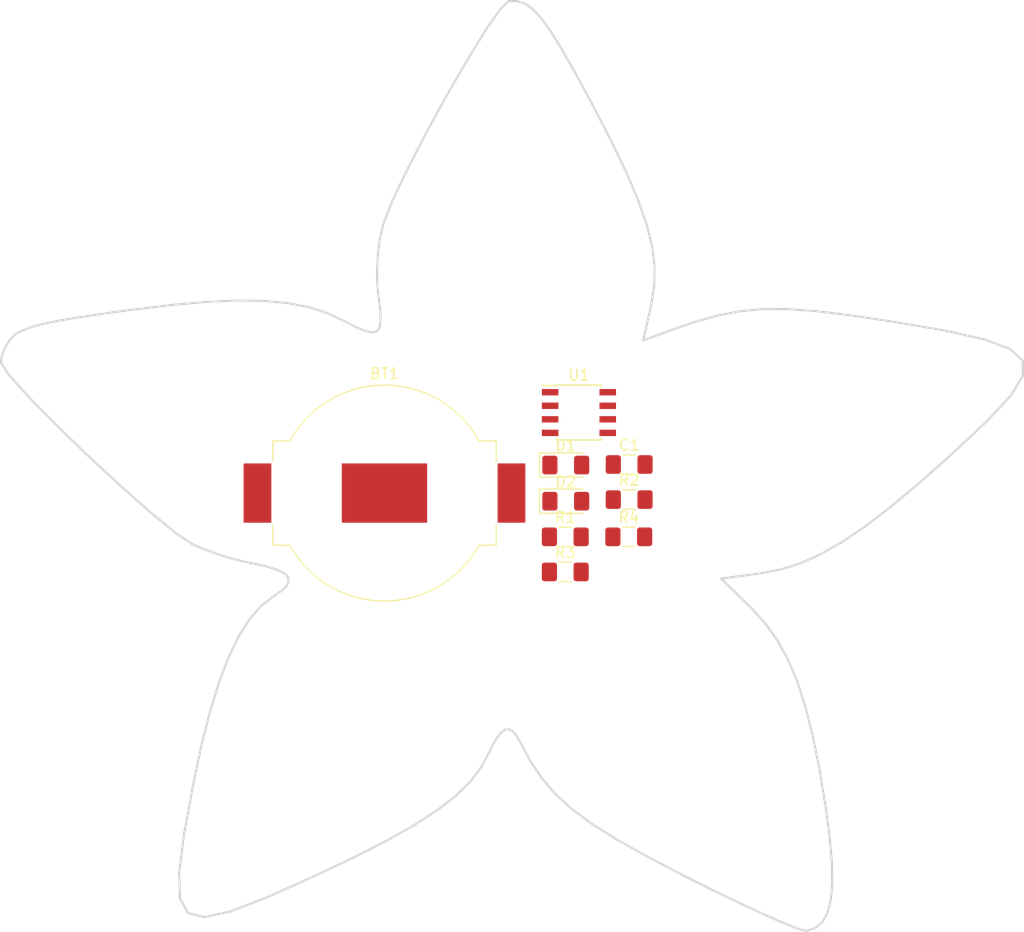
<source format=kicad_pcb>
(kicad_pcb (version 20190421) (host pcbnew "6.0.0-unknown-952108d~86~ubuntu18.04.1")

  (general
    (thickness 1.6)
    (drawings 216)
    (tracks 0)
    (modules 9)
    (nets 9)
  )

  (page "A4")
  (layers
    (0 "F.Cu" signal)
    (31 "B.Cu" signal)
    (32 "B.Adhes" user)
    (33 "F.Adhes" user)
    (34 "B.Paste" user)
    (35 "F.Paste" user)
    (36 "B.SilkS" user)
    (37 "F.SilkS" user)
    (38 "B.Mask" user)
    (39 "F.Mask" user)
    (40 "Dwgs.User" user)
    (41 "Cmts.User" user)
    (42 "Eco1.User" user)
    (43 "Eco2.User" user)
    (44 "Edge.Cuts" user)
    (45 "Margin" user)
    (46 "B.CrtYd" user)
    (47 "F.CrtYd" user)
    (48 "B.Fab" user)
    (49 "F.Fab" user)
  )

  (setup
    (last_trace_width 0.25)
    (trace_clearance 0.2)
    (zone_clearance 0.508)
    (zone_45_only no)
    (trace_min 0.2)
    (via_size 0.8)
    (via_drill 0.4)
    (via_min_size 0.4)
    (via_min_drill 0.3)
    (uvia_size 0.3)
    (uvia_drill 0.1)
    (uvias_allowed no)
    (uvia_min_size 0.2)
    (uvia_min_drill 0.1)
    (edge_width 0.05)
    (segment_width 0.2)
    (pcb_text_width 0.3)
    (pcb_text_size 1.5 1.5)
    (mod_edge_width 0.12)
    (mod_text_size 1 1)
    (mod_text_width 0.15)
    (pad_size 1.524 1.524)
    (pad_drill 0.762)
    (pad_to_mask_clearance 0.051)
    (solder_mask_min_width 0.25)
    (aux_axis_origin 0 0)
    (visible_elements FFFFFF7F)
    (pcbplotparams
      (layerselection 0x010fc_ffffffff)
      (usegerberextensions false)
      (usegerberattributes false)
      (usegerberadvancedattributes false)
      (creategerberjobfile false)
      (excludeedgelayer true)
      (linewidth 0.100000)
      (plotframeref false)
      (viasonmask false)
      (mode 1)
      (useauxorigin false)
      (hpglpennumber 1)
      (hpglpenspeed 20)
      (hpglpendiameter 15.000000)
      (psnegative false)
      (psa4output false)
      (plotreference true)
      (plotvalue true)
      (plotinvisibletext false)
      (padsonsilk false)
      (subtractmaskfromsilk false)
      (outputformat 1)
      (mirror false)
      (drillshape 1)
      (scaleselection 1)
      (outputdirectory ""))
  )

  (net 0 "")
  (net 1 "+3V3")
  (net 2 "GND")
  (net 3 "Net-(C?1555378938-Pad2)")
  (net 4 "Net-(D?1555371679-Pad2)")
  (net 5 "Net-(D?1555371679-Pad1)")
  (net 6 "Net-(D?1555374699-Pad1)")
  (net 7 "Net-(R?1555367224-Pad1)")
  (net 8 "Net-(U?1555315031-Pad5)")

  (net_class "Default" "This is the default net class."
    (clearance 0.2)
    (trace_width 0.25)
    (via_dia 0.8)
    (via_drill 0.4)
    (uvia_dia 0.3)
    (uvia_drill 0.1)
    (add_net "+3V3")
    (add_net "GND")
    (add_net "Net-(C?1555378938-Pad2)")
    (add_net "Net-(D?1555371679-Pad1)")
    (add_net "Net-(D?1555371679-Pad2)")
    (add_net "Net-(D?1555374699-Pad1)")
    (add_net "Net-(R?1555367224-Pad1)")
    (add_net "Net-(U?1555315031-Pad5)")
  )

  (module "Package_SO:SOIC-8_3.9x4.9mm_P1.27mm" (layer "F.Cu") (tedit 5A02F2D3) (tstamp 5CE06EDE)
    (at 159.340001 91.625001)
    (descr "8-Lead Plastic Small Outline (SN) - Narrow, 3.90 mm Body [SOIC] (see Microchip Packaging Specification http://ww1.microchip.com/downloads/en/PackagingSpec/00000049BQ.pdf)")
    (tags "SOIC 1.27")
    (path "/5CB43957")
    (attr smd)
    (fp_text reference "U1" (at 0 -3.5) (layer "F.SilkS")
      (effects (font (size 1 1) (thickness 0.15)))
    )
    (fp_text value "LM555" (at 0 3.5) (layer "F.Fab")
      (effects (font (size 1 1) (thickness 0.15)))
    )
    (fp_line (start -2.075 -2.525) (end -3.475 -2.525) (layer "F.SilkS") (width 0.15))
    (fp_line (start -2.075 2.575) (end 2.075 2.575) (layer "F.SilkS") (width 0.15))
    (fp_line (start -2.075 -2.575) (end 2.075 -2.575) (layer "F.SilkS") (width 0.15))
    (fp_line (start -2.075 2.575) (end -2.075 2.43) (layer "F.SilkS") (width 0.15))
    (fp_line (start 2.075 2.575) (end 2.075 2.43) (layer "F.SilkS") (width 0.15))
    (fp_line (start 2.075 -2.575) (end 2.075 -2.43) (layer "F.SilkS") (width 0.15))
    (fp_line (start -2.075 -2.575) (end -2.075 -2.525) (layer "F.SilkS") (width 0.15))
    (fp_line (start -3.73 2.7) (end 3.73 2.7) (layer "F.CrtYd") (width 0.05))
    (fp_line (start -3.73 -2.7) (end 3.73 -2.7) (layer "F.CrtYd") (width 0.05))
    (fp_line (start 3.73 -2.7) (end 3.73 2.7) (layer "F.CrtYd") (width 0.05))
    (fp_line (start -3.73 -2.7) (end -3.73 2.7) (layer "F.CrtYd") (width 0.05))
    (fp_line (start -1.95 -1.45) (end -0.95 -2.45) (layer "F.Fab") (width 0.1))
    (fp_line (start -1.95 2.45) (end -1.95 -1.45) (layer "F.Fab") (width 0.1))
    (fp_line (start 1.95 2.45) (end -1.95 2.45) (layer "F.Fab") (width 0.1))
    (fp_line (start 1.95 -2.45) (end 1.95 2.45) (layer "F.Fab") (width 0.1))
    (fp_line (start -0.95 -2.45) (end 1.95 -2.45) (layer "F.Fab") (width 0.1))
    (fp_text user "%R" (at 0 0) (layer "F.Fab")
      (effects (font (size 1 1) (thickness 0.15)))
    )
    (pad "8" smd rect (at 2.7 -1.905) (size 1.55 0.6) (layers "F.Cu" "F.Paste" "F.Mask")
      (net 1 "+3V3"))
    (pad "7" smd rect (at 2.7 -0.635) (size 1.55 0.6) (layers "F.Cu" "F.Paste" "F.Mask")
      (net 7 "Net-(R?1555367224-Pad1)"))
    (pad "6" smd rect (at 2.7 0.635) (size 1.55 0.6) (layers "F.Cu" "F.Paste" "F.Mask")
      (net 3 "Net-(C?1555378938-Pad2)"))
    (pad "5" smd rect (at 2.7 1.905) (size 1.55 0.6) (layers "F.Cu" "F.Paste" "F.Mask")
      (net 8 "Net-(U?1555315031-Pad5)"))
    (pad "4" smd rect (at -2.7 1.905) (size 1.55 0.6) (layers "F.Cu" "F.Paste" "F.Mask")
      (net 1 "+3V3"))
    (pad "3" smd rect (at -2.7 0.635) (size 1.55 0.6) (layers "F.Cu" "F.Paste" "F.Mask")
      (net 5 "Net-(D?1555371679-Pad1)"))
    (pad "2" smd rect (at -2.7 -0.635) (size 1.55 0.6) (layers "F.Cu" "F.Paste" "F.Mask")
      (net 3 "Net-(C?1555378938-Pad2)"))
    (pad "1" smd rect (at -2.7 -1.905) (size 1.55 0.6) (layers "F.Cu" "F.Paste" "F.Mask")
      (net 2 "GND"))
    (model "${KISYS3DMOD}/Package_SO.3dshapes/SOIC-8_3.9x4.9mm_P1.27mm.wrl"
      (at (xyz 0 0 0))
      (scale (xyz 1 1 1))
      (rotate (xyz 0 0 0))
    )
  )

  (module "Resistor_SMD:R_1206_3216Metric_Pad1.42x1.75mm_HandSolder" (layer "F.Cu") (tedit 5B301BBD) (tstamp 5CE06EC1)
    (at 164.010001 103.275001)
    (descr "Resistor SMD 1206 (3216 Metric), square (rectangular) end terminal, IPC_7351 nominal with elongated pad for handsoldering. (Body size source: http://www.tortai-tech.com/upload/download/2011102023233369053.pdf), generated with kicad-footprint-generator")
    (tags "resistor handsolder")
    (path "/5CB50108")
    (attr smd)
    (fp_text reference "R4" (at 0 -1.82) (layer "F.SilkS")
      (effects (font (size 1 1) (thickness 0.15)))
    )
    (fp_text value "1k" (at 0 1.82) (layer "F.Fab")
      (effects (font (size 1 1) (thickness 0.15)))
    )
    (fp_text user "%R" (at 0 0) (layer "F.Fab")
      (effects (font (size 0.8 0.8) (thickness 0.12)))
    )
    (fp_line (start 2.45 1.12) (end -2.45 1.12) (layer "F.CrtYd") (width 0.05))
    (fp_line (start 2.45 -1.12) (end 2.45 1.12) (layer "F.CrtYd") (width 0.05))
    (fp_line (start -2.45 -1.12) (end 2.45 -1.12) (layer "F.CrtYd") (width 0.05))
    (fp_line (start -2.45 1.12) (end -2.45 -1.12) (layer "F.CrtYd") (width 0.05))
    (fp_line (start -0.602064 0.91) (end 0.602064 0.91) (layer "F.SilkS") (width 0.12))
    (fp_line (start -0.602064 -0.91) (end 0.602064 -0.91) (layer "F.SilkS") (width 0.12))
    (fp_line (start 1.6 0.8) (end -1.6 0.8) (layer "F.Fab") (width 0.1))
    (fp_line (start 1.6 -0.8) (end 1.6 0.8) (layer "F.Fab") (width 0.1))
    (fp_line (start -1.6 -0.8) (end 1.6 -0.8) (layer "F.Fab") (width 0.1))
    (fp_line (start -1.6 0.8) (end -1.6 -0.8) (layer "F.Fab") (width 0.1))
    (pad "2" smd roundrect (at 1.4875 0) (size 1.425 1.75) (layers "F.Cu" "F.Paste" "F.Mask") (roundrect_rratio 0.175439)
      (net 2 "GND"))
    (pad "1" smd roundrect (at -1.4875 0) (size 1.425 1.75) (layers "F.Cu" "F.Paste" "F.Mask") (roundrect_rratio 0.175439)
      (net 6 "Net-(D?1555374699-Pad1)"))
    (model "${KISYS3DMOD}/Resistor_SMD.3dshapes/R_1206_3216Metric.wrl"
      (at (xyz 0 0 0))
      (scale (xyz 1 1 1))
      (rotate (xyz 0 0 0))
    )
  )

  (module "Resistor_SMD:R_1206_3216Metric_Pad1.42x1.75mm_HandSolder" (layer "F.Cu") (tedit 5B301BBD) (tstamp 5CE06EB0)
    (at 158.060001 106.565001)
    (descr "Resistor SMD 1206 (3216 Metric), square (rectangular) end terminal, IPC_7351 nominal with elongated pad for handsoldering. (Body size source: http://www.tortai-tech.com/upload/download/2011102023233369053.pdf), generated with kicad-footprint-generator")
    (tags "resistor handsolder")
    (path "/5CB4F2EF")
    (attr smd)
    (fp_text reference "R3" (at 0 -1.82) (layer "F.SilkS")
      (effects (font (size 1 1) (thickness 0.15)))
    )
    (fp_text value "1k" (at 0 1.82) (layer "F.Fab")
      (effects (font (size 1 1) (thickness 0.15)))
    )
    (fp_text user "%R" (at 0 0) (layer "F.Fab")
      (effects (font (size 0.8 0.8) (thickness 0.12)))
    )
    (fp_line (start 2.45 1.12) (end -2.45 1.12) (layer "F.CrtYd") (width 0.05))
    (fp_line (start 2.45 -1.12) (end 2.45 1.12) (layer "F.CrtYd") (width 0.05))
    (fp_line (start -2.45 -1.12) (end 2.45 -1.12) (layer "F.CrtYd") (width 0.05))
    (fp_line (start -2.45 1.12) (end -2.45 -1.12) (layer "F.CrtYd") (width 0.05))
    (fp_line (start -0.602064 0.91) (end 0.602064 0.91) (layer "F.SilkS") (width 0.12))
    (fp_line (start -0.602064 -0.91) (end 0.602064 -0.91) (layer "F.SilkS") (width 0.12))
    (fp_line (start 1.6 0.8) (end -1.6 0.8) (layer "F.Fab") (width 0.1))
    (fp_line (start 1.6 -0.8) (end 1.6 0.8) (layer "F.Fab") (width 0.1))
    (fp_line (start -1.6 -0.8) (end 1.6 -0.8) (layer "F.Fab") (width 0.1))
    (fp_line (start -1.6 0.8) (end -1.6 -0.8) (layer "F.Fab") (width 0.1))
    (pad "2" smd roundrect (at 1.4875 0) (size 1.425 1.75) (layers "F.Cu" "F.Paste" "F.Mask") (roundrect_rratio 0.175439)
      (net 4 "Net-(D?1555371679-Pad2)"))
    (pad "1" smd roundrect (at -1.4875 0) (size 1.425 1.75) (layers "F.Cu" "F.Paste" "F.Mask") (roundrect_rratio 0.175439)
      (net 1 "+3V3"))
    (model "${KISYS3DMOD}/Resistor_SMD.3dshapes/R_1206_3216Metric.wrl"
      (at (xyz 0 0 0))
      (scale (xyz 1 1 1))
      (rotate (xyz 0 0 0))
    )
  )

  (module "Resistor_SMD:R_1206_3216Metric_Pad1.42x1.75mm_HandSolder" (layer "F.Cu") (tedit 5B301BBD) (tstamp 5CE06E9F)
    (at 164.050001 99.785001)
    (descr "Resistor SMD 1206 (3216 Metric), square (rectangular) end terminal, IPC_7351 nominal with elongated pad for handsoldering. (Body size source: http://www.tortai-tech.com/upload/download/2011102023233369053.pdf), generated with kicad-footprint-generator")
    (tags "resistor handsolder")
    (path "/5CB50538")
    (attr smd)
    (fp_text reference "R2" (at 0 -1.82) (layer "F.SilkS")
      (effects (font (size 1 1) (thickness 0.15)))
    )
    (fp_text value "10k" (at 0 1.82) (layer "F.Fab")
      (effects (font (size 1 1) (thickness 0.15)))
    )
    (fp_text user "%R" (at 0 0) (layer "F.Fab")
      (effects (font (size 0.8 0.8) (thickness 0.12)))
    )
    (fp_line (start 2.45 1.12) (end -2.45 1.12) (layer "F.CrtYd") (width 0.05))
    (fp_line (start 2.45 -1.12) (end 2.45 1.12) (layer "F.CrtYd") (width 0.05))
    (fp_line (start -2.45 -1.12) (end 2.45 -1.12) (layer "F.CrtYd") (width 0.05))
    (fp_line (start -2.45 1.12) (end -2.45 -1.12) (layer "F.CrtYd") (width 0.05))
    (fp_line (start -0.602064 0.91) (end 0.602064 0.91) (layer "F.SilkS") (width 0.12))
    (fp_line (start -0.602064 -0.91) (end 0.602064 -0.91) (layer "F.SilkS") (width 0.12))
    (fp_line (start 1.6 0.8) (end -1.6 0.8) (layer "F.Fab") (width 0.1))
    (fp_line (start 1.6 -0.8) (end 1.6 0.8) (layer "F.Fab") (width 0.1))
    (fp_line (start -1.6 -0.8) (end 1.6 -0.8) (layer "F.Fab") (width 0.1))
    (fp_line (start -1.6 0.8) (end -1.6 -0.8) (layer "F.Fab") (width 0.1))
    (pad "2" smd roundrect (at 1.4875 0) (size 1.425 1.75) (layers "F.Cu" "F.Paste" "F.Mask") (roundrect_rratio 0.175439)
      (net 3 "Net-(C?1555378938-Pad2)"))
    (pad "1" smd roundrect (at -1.4875 0) (size 1.425 1.75) (layers "F.Cu" "F.Paste" "F.Mask") (roundrect_rratio 0.175439)
      (net 7 "Net-(R?1555367224-Pad1)"))
    (model "${KISYS3DMOD}/Resistor_SMD.3dshapes/R_1206_3216Metric.wrl"
      (at (xyz 0 0 0))
      (scale (xyz 1 1 1))
      (rotate (xyz 0 0 0))
    )
  )

  (module "Resistor_SMD:R_1206_3216Metric_Pad1.42x1.75mm_HandSolder" (layer "F.Cu") (tedit 5B301BBD) (tstamp 5CE06E8E)
    (at 158.060001 103.275001)
    (descr "Resistor SMD 1206 (3216 Metric), square (rectangular) end terminal, IPC_7351 nominal with elongated pad for handsoldering. (Body size source: http://www.tortai-tech.com/upload/download/2011102023233369053.pdf), generated with kicad-footprint-generator")
    (tags "resistor handsolder")
    (path "/5CB50B08")
    (attr smd)
    (fp_text reference "R1" (at 0 -1.82) (layer "F.SilkS")
      (effects (font (size 1 1) (thickness 0.15)))
    )
    (fp_text value "1k" (at 0 1.82) (layer "F.Fab")
      (effects (font (size 1 1) (thickness 0.15)))
    )
    (fp_text user "%R" (at 0 0) (layer "F.Fab")
      (effects (font (size 0.8 0.8) (thickness 0.12)))
    )
    (fp_line (start 2.45 1.12) (end -2.45 1.12) (layer "F.CrtYd") (width 0.05))
    (fp_line (start 2.45 -1.12) (end 2.45 1.12) (layer "F.CrtYd") (width 0.05))
    (fp_line (start -2.45 -1.12) (end 2.45 -1.12) (layer "F.CrtYd") (width 0.05))
    (fp_line (start -2.45 1.12) (end -2.45 -1.12) (layer "F.CrtYd") (width 0.05))
    (fp_line (start -0.602064 0.91) (end 0.602064 0.91) (layer "F.SilkS") (width 0.12))
    (fp_line (start -0.602064 -0.91) (end 0.602064 -0.91) (layer "F.SilkS") (width 0.12))
    (fp_line (start 1.6 0.8) (end -1.6 0.8) (layer "F.Fab") (width 0.1))
    (fp_line (start 1.6 -0.8) (end 1.6 0.8) (layer "F.Fab") (width 0.1))
    (fp_line (start -1.6 -0.8) (end 1.6 -0.8) (layer "F.Fab") (width 0.1))
    (fp_line (start -1.6 0.8) (end -1.6 -0.8) (layer "F.Fab") (width 0.1))
    (pad "2" smd roundrect (at 1.4875 0) (size 1.425 1.75) (layers "F.Cu" "F.Paste" "F.Mask") (roundrect_rratio 0.175439)
      (net 7 "Net-(R?1555367224-Pad1)"))
    (pad "1" smd roundrect (at -1.4875 0) (size 1.425 1.75) (layers "F.Cu" "F.Paste" "F.Mask") (roundrect_rratio 0.175439)
      (net 1 "+3V3"))
    (model "${KISYS3DMOD}/Resistor_SMD.3dshapes/R_1206_3216Metric.wrl"
      (at (xyz 0 0 0))
      (scale (xyz 1 1 1))
      (rotate (xyz 0 0 0))
    )
  )

  (module "LED_SMD:LED_1206_3216Metric_Pad1.42x1.75mm_HandSolder" (layer "F.Cu") (tedit 5B4B45C9) (tstamp 5CE06E7D)
    (at 158.105001 99.935001)
    (descr "LED SMD 1206 (3216 Metric), square (rectangular) end terminal, IPC_7351 nominal, (Body size source: http://www.tortai-tech.com/upload/download/2011102023233369053.pdf), generated with kicad-footprint-generator")
    (tags "LED handsolder")
    (path "/5CB5226B")
    (attr smd)
    (fp_text reference "D2" (at 0 -1.82) (layer "F.SilkS")
      (effects (font (size 1 1) (thickness 0.15)))
    )
    (fp_text value "LED" (at 0 1.82) (layer "F.Fab")
      (effects (font (size 1 1) (thickness 0.15)))
    )
    (fp_text user "%R" (at 0 0) (layer "F.Fab")
      (effects (font (size 0.8 0.8) (thickness 0.12)))
    )
    (fp_line (start 2.45 1.12) (end -2.45 1.12) (layer "F.CrtYd") (width 0.05))
    (fp_line (start 2.45 -1.12) (end 2.45 1.12) (layer "F.CrtYd") (width 0.05))
    (fp_line (start -2.45 -1.12) (end 2.45 -1.12) (layer "F.CrtYd") (width 0.05))
    (fp_line (start -2.45 1.12) (end -2.45 -1.12) (layer "F.CrtYd") (width 0.05))
    (fp_line (start -2.46 1.135) (end 1.6 1.135) (layer "F.SilkS") (width 0.12))
    (fp_line (start -2.46 -1.135) (end -2.46 1.135) (layer "F.SilkS") (width 0.12))
    (fp_line (start 1.6 -1.135) (end -2.46 -1.135) (layer "F.SilkS") (width 0.12))
    (fp_line (start 1.6 0.8) (end 1.6 -0.8) (layer "F.Fab") (width 0.1))
    (fp_line (start -1.6 0.8) (end 1.6 0.8) (layer "F.Fab") (width 0.1))
    (fp_line (start -1.6 -0.4) (end -1.6 0.8) (layer "F.Fab") (width 0.1))
    (fp_line (start -1.2 -0.8) (end -1.6 -0.4) (layer "F.Fab") (width 0.1))
    (fp_line (start 1.6 -0.8) (end -1.2 -0.8) (layer "F.Fab") (width 0.1))
    (pad "2" smd roundrect (at 1.4875 0) (size 1.425 1.75) (layers "F.Cu" "F.Paste" "F.Mask") (roundrect_rratio 0.175439)
      (net 5 "Net-(D?1555371679-Pad1)"))
    (pad "1" smd roundrect (at -1.4875 0) (size 1.425 1.75) (layers "F.Cu" "F.Paste" "F.Mask") (roundrect_rratio 0.175439)
      (net 6 "Net-(D?1555374699-Pad1)"))
    (model "${KISYS3DMOD}/LED_SMD.3dshapes/LED_1206_3216Metric.wrl"
      (at (xyz 0 0 0))
      (scale (xyz 1 1 1))
      (rotate (xyz 0 0 0))
    )
  )

  (module "LED_SMD:LED_1206_3216Metric_Pad1.42x1.75mm_HandSolder" (layer "F.Cu") (tedit 5B4B45C9) (tstamp 5CE06E6A)
    (at 158.105001 96.545001)
    (descr "LED SMD 1206 (3216 Metric), square (rectangular) end terminal, IPC_7351 nominal, (Body size source: http://www.tortai-tech.com/upload/download/2011102023233369053.pdf), generated with kicad-footprint-generator")
    (tags "LED handsolder")
    (path "/5CB5169F")
    (attr smd)
    (fp_text reference "D1" (at 0 -1.82) (layer "F.SilkS")
      (effects (font (size 1 1) (thickness 0.15)))
    )
    (fp_text value "LED" (at 0 1.82) (layer "F.Fab")
      (effects (font (size 1 1) (thickness 0.15)))
    )
    (fp_text user "%R" (at 0 0) (layer "F.Fab")
      (effects (font (size 0.8 0.8) (thickness 0.12)))
    )
    (fp_line (start 2.45 1.12) (end -2.45 1.12) (layer "F.CrtYd") (width 0.05))
    (fp_line (start 2.45 -1.12) (end 2.45 1.12) (layer "F.CrtYd") (width 0.05))
    (fp_line (start -2.45 -1.12) (end 2.45 -1.12) (layer "F.CrtYd") (width 0.05))
    (fp_line (start -2.45 1.12) (end -2.45 -1.12) (layer "F.CrtYd") (width 0.05))
    (fp_line (start -2.46 1.135) (end 1.6 1.135) (layer "F.SilkS") (width 0.12))
    (fp_line (start -2.46 -1.135) (end -2.46 1.135) (layer "F.SilkS") (width 0.12))
    (fp_line (start 1.6 -1.135) (end -2.46 -1.135) (layer "F.SilkS") (width 0.12))
    (fp_line (start 1.6 0.8) (end 1.6 -0.8) (layer "F.Fab") (width 0.1))
    (fp_line (start -1.6 0.8) (end 1.6 0.8) (layer "F.Fab") (width 0.1))
    (fp_line (start -1.6 -0.4) (end -1.6 0.8) (layer "F.Fab") (width 0.1))
    (fp_line (start -1.2 -0.8) (end -1.6 -0.4) (layer "F.Fab") (width 0.1))
    (fp_line (start 1.6 -0.8) (end -1.2 -0.8) (layer "F.Fab") (width 0.1))
    (pad "2" smd roundrect (at 1.4875 0) (size 1.425 1.75) (layers "F.Cu" "F.Paste" "F.Mask") (roundrect_rratio 0.175439)
      (net 4 "Net-(D?1555371679-Pad2)"))
    (pad "1" smd roundrect (at -1.4875 0) (size 1.425 1.75) (layers "F.Cu" "F.Paste" "F.Mask") (roundrect_rratio 0.175439)
      (net 5 "Net-(D?1555371679-Pad1)"))
    (model "${KISYS3DMOD}/LED_SMD.3dshapes/LED_1206_3216Metric.wrl"
      (at (xyz 0 0 0))
      (scale (xyz 1 1 1))
      (rotate (xyz 0 0 0))
    )
  )

  (module "Capacitor_SMD:C_1206_3216Metric_Pad1.42x1.75mm_HandSolder" (layer "F.Cu") (tedit 5B301BBE) (tstamp 5CE06E57)
    (at 164.050001 96.495001)
    (descr "Capacitor SMD 1206 (3216 Metric), square (rectangular) end terminal, IPC_7351 nominal with elongated pad for handsoldering. (Body size source: http://www.tortai-tech.com/upload/download/2011102023233369053.pdf), generated with kicad-footprint-generator")
    (tags "capacitor handsolder")
    (path "/5CB532FA")
    (attr smd)
    (fp_text reference "C1" (at 0 -1.82) (layer "F.SilkS")
      (effects (font (size 1 1) (thickness 0.15)))
    )
    (fp_text value "10uF" (at 0 1.82) (layer "F.Fab")
      (effects (font (size 1 1) (thickness 0.15)))
    )
    (fp_text user "%R" (at 0 0) (layer "F.Fab")
      (effects (font (size 0.8 0.8) (thickness 0.12)))
    )
    (fp_line (start 2.45 1.12) (end -2.45 1.12) (layer "F.CrtYd") (width 0.05))
    (fp_line (start 2.45 -1.12) (end 2.45 1.12) (layer "F.CrtYd") (width 0.05))
    (fp_line (start -2.45 -1.12) (end 2.45 -1.12) (layer "F.CrtYd") (width 0.05))
    (fp_line (start -2.45 1.12) (end -2.45 -1.12) (layer "F.CrtYd") (width 0.05))
    (fp_line (start -0.602064 0.91) (end 0.602064 0.91) (layer "F.SilkS") (width 0.12))
    (fp_line (start -0.602064 -0.91) (end 0.602064 -0.91) (layer "F.SilkS") (width 0.12))
    (fp_line (start 1.6 0.8) (end -1.6 0.8) (layer "F.Fab") (width 0.1))
    (fp_line (start 1.6 -0.8) (end 1.6 0.8) (layer "F.Fab") (width 0.1))
    (fp_line (start -1.6 -0.8) (end 1.6 -0.8) (layer "F.Fab") (width 0.1))
    (fp_line (start -1.6 0.8) (end -1.6 -0.8) (layer "F.Fab") (width 0.1))
    (pad "2" smd roundrect (at 1.4875 0) (size 1.425 1.75) (layers "F.Cu" "F.Paste" "F.Mask") (roundrect_rratio 0.175439)
      (net 3 "Net-(C?1555378938-Pad2)"))
    (pad "1" smd roundrect (at -1.4875 0) (size 1.425 1.75) (layers "F.Cu" "F.Paste" "F.Mask") (roundrect_rratio 0.175439)
      (net 2 "GND"))
    (model "${KISYS3DMOD}/Capacitor_SMD.3dshapes/C_1206_3216Metric.wrl"
      (at (xyz 0 0 0))
      (scale (xyz 1 1 1))
      (rotate (xyz 0 0 0))
    )
  )

  (module "Battery:BatteryHolder_MPD_BC2003_1x2032" (layer "F.Cu") (tedit 5AED2918) (tstamp 5CE06E46)
    (at 141.110001 99.173108)
    (descr "http://www.memoryprotectiondevices.com/datasheets/BC-2003-datasheet.pdf")
    (tags "BC2003 CR2032 2032 Battery Holder")
    (path "/5CB57B92")
    (attr smd)
    (fp_text reference "BT1" (at 0 -11.2) (layer "F.SilkS")
      (effects (font (size 1 1) (thickness 0.15)))
    )
    (fp_text value "Battery_Cell" (at 0 11.2) (layer "F.Fab")
      (effects (font (size 1 1) (thickness 0.15)))
    )
    (fp_arc (start 0 0) (end -8.86291 4.885) (angle -122.3) (layer "F.SilkS") (width 0.12))
    (fp_arc (start 0 0) (end 8.86291 -4.885) (angle -122.2752329) (layer "F.SilkS") (width 0.12))
    (fp_arc (start 0 0) (end -8.94 5.01) (angle -121.3) (layer "F.CrtYd") (width 0.05))
    (fp_line (start -10.6 5.01) (end -8.94 5.01) (layer "F.CrtYd") (width 0.05))
    (fp_line (start -10.6 5.01) (end -10.6 3.03) (layer "F.CrtYd") (width 0.05))
    (fp_line (start -13.45 3.03) (end -10.6 3.03) (layer "F.CrtYd") (width 0.05))
    (fp_line (start -13.45 -3.03) (end -13.45 3.03) (layer "F.CrtYd") (width 0.05))
    (fp_line (start -10.6 -3.03) (end -13.45 -3.03) (layer "F.CrtYd") (width 0.05))
    (fp_line (start -10.6 -5.01) (end -10.6 -3.03) (layer "F.CrtYd") (width 0.05))
    (fp_line (start -8.94 -5.01) (end -10.6 -5.01) (layer "F.CrtYd") (width 0.05))
    (fp_line (start 8.94 5.01) (end 10.6 5.01) (layer "F.CrtYd") (width 0.05))
    (fp_arc (start 0 0) (end 8.94 -5.01) (angle -121.4) (layer "F.CrtYd") (width 0.05))
    (fp_line (start 10.6 5.01) (end 10.6 3.03) (layer "F.CrtYd") (width 0.05))
    (fp_line (start 10.6 3.03) (end 13.45 3.03) (layer "F.CrtYd") (width 0.05))
    (fp_line (start 13.45 -3.03) (end 13.45 3.03) (layer "F.CrtYd") (width 0.05))
    (fp_line (start 10.6 -3.03) (end 13.45 -3.03) (layer "F.CrtYd") (width 0.05))
    (fp_line (start 10.6 -5.01) (end 10.6 -3.03) (layer "F.CrtYd") (width 0.05))
    (fp_line (start 8.94 -5.01) (end 10.6 -5.01) (layer "F.CrtYd") (width 0.05))
    (fp_line (start 10.47 4.885) (end 8.86291 4.885) (layer "F.SilkS") (width 0.12))
    (fp_line (start -10.47 4.885) (end -8.86291 4.885) (layer "F.SilkS") (width 0.12))
    (fp_line (start 10.47 -4.885) (end 8.86291 -4.885) (layer "F.SilkS") (width 0.12))
    (fp_line (start 10.47 3) (end 10.47 4.885) (layer "F.SilkS") (width 0.12))
    (fp_line (start -10.47 3) (end -10.47 4.885) (layer "F.SilkS") (width 0.12))
    (fp_line (start 10.47 -3) (end 10.47 -4.885) (layer "F.SilkS") (width 0.12))
    (fp_line (start -10.47 -3) (end -10.47 -4.885) (layer "F.SilkS") (width 0.12))
    (fp_line (start -10.47 -4.885) (end -8.86291 -4.885) (layer "F.SilkS") (width 0.12))
    (fp_text user "%R" (at 0 0) (layer "F.Fab")
      (effects (font (size 1 1) (thickness 0.15)))
    )
    (fp_line (start -12.7 -1.825) (end -12.7 1.825) (layer "F.Fab") (width 0.1))
    (fp_line (start -12.7 1.825) (end -12 2.525) (layer "F.Fab") (width 0.1))
    (fp_line (start -12.7 -1.825) (end -12 -2.525) (layer "F.Fab") (width 0.1))
    (fp_line (start -10.35 2.525) (end -12 2.525) (layer "F.Fab") (width 0.1))
    (fp_line (start -10.35 -2.525) (end -12 -2.525) (layer "F.Fab") (width 0.1))
    (fp_line (start 12.7 -1.825) (end 12.7 1.825) (layer "F.Fab") (width 0.1))
    (fp_line (start 12.7 1.825) (end 12 2.525) (layer "F.Fab") (width 0.1))
    (fp_line (start 12.7 -1.825) (end 12 -2.525) (layer "F.Fab") (width 0.1))
    (fp_line (start 10.35 -2.525) (end 12 -2.525) (layer "F.Fab") (width 0.1))
    (fp_line (start 10.35 2.525) (end 12 2.525) (layer "F.Fab") (width 0.1))
    (fp_line (start 10.35 4.765) (end 10.35 -4.765) (layer "F.Fab") (width 0.1))
    (fp_line (start -10.35 4.765) (end -10.35 -4.765) (layer "F.Fab") (width 0.1))
    (fp_line (start -10.35 -4.765) (end 10.35 -4.765) (layer "F.Fab") (width 0.1))
    (fp_line (start -10.35 4.765) (end 10.35 4.765) (layer "F.Fab") (width 0.1))
    (pad "1" smd rect (at -11.905 0) (size 2.6 5.56) (layers "F.Cu" "F.Paste" "F.Mask")
      (net 1 "+3V3"))
    (pad "1" smd rect (at 11.905 0) (size 2.6 5.56) (layers "F.Cu" "F.Paste" "F.Mask")
      (net 1 "+3V3"))
    (pad "2" smd rect (at 0 0) (size 8 5.56) (layers "F.Cu" "F.Paste" "F.Mask")
      (net 2 "GND"))
    (model "${KISYS3DMOD}/Battery.3dshapes/BatteryHolder_MPD_BC2003_1x2032.wrl"
      (at (xyz 0 0 0))
      (scale (xyz 1 1 1))
      (rotate (xyz 0 0 0))
    )
  )

  (gr_line (start 153.765056 122.39626) (end 153.438121 121.83068) (layer "Edge.Cuts") (width 0.2))
  (gr_line (start 174.270429 82.15186) (end 176.444406 81.93787) (layer "Edge.Cuts") (width 0.2))
  (gr_line (start 123.217227 126.31459) (end 123.969174 122.76609) (layer "Edge.Cuts") (width 0.2))
  (gr_line (start 140.416753 84.00108) (end 140.667582 83.6059) (layer "Edge.Cuts") (width 0.2))
  (gr_line (start 178.307604 106.32184) (end 176.480702 106.67598) (layer "Edge.Cuts") (width 0.2))
  (gr_line (start 200.959748 88.17529) (end 199.836251 90.0147) (layer "Edge.Cuts") (width 0.2))
  (gr_line (start 116.244739 98.3854) (end 113.16443 95.52357) (layer "Edge.Cuts") (width 0.2))
  (gr_line (start 121.861772 134.75396) (end 122.323873 131.15967) (layer "Edge.Cuts") (width 0.2))
  (gr_line (start 174.11914 108.60818) (end 174.479817 108.96243) (layer "Edge.Cuts") (width 0.2))
  (gr_line (start 164.876998 71.67959) (end 165.694035 74.01774) (layer "Edge.Cuts") (width 0.2))
  (gr_line (start 128.485158 110.96163) (end 129.567362 109.72369) (layer "Edge.Cuts") (width 0.2))
  (gr_line (start 181.478085 82.11132) (end 184.613009 82.48504) (layer "Edge.Cuts") (width 0.2))
  (gr_line (start 156.614776 55.7738) (end 157.64984 57.42739) (layer "Edge.Cuts") (width 0.2))
  (gr_line (start 165.465809 84.43753) (end 165.371459 84.86339) (layer "Edge.Cuts") (width 0.2))
  (gr_line (start 175.529635 106.80478) (end 175.054101 106.86918) (layer "Edge.Cuts") (width 0.2))
  (gr_line (start 176.823742 111.41036) (end 177.933502 112.9592) (layer "Edge.Cuts") (width 0.2))
  (gr_line (start 105.207075 86.4998) (end 105.281209 86.21478) (layer "Edge.Cuts") (width 0.2))
  (gr_line (start 121.067807 81.55164) (end 124.394867 81.25422) (layer "Edge.Cuts") (width 0.2))
  (gr_line (start 157.112337 127.36338) (end 155.841186 125.87715) (layer "Edge.Cuts") (width 0.2))
  (gr_line (start 152.419862 121.3525) (end 152.057695 121.60354) (layer "Edge.Cuts") (width 0.2))
  (gr_line (start 173.758463 108.25393) (end 174.11914 108.60818) (layer "Edge.Cuts") (width 0.2))
  (gr_line (start 166.682173 84.37299) (end 166.944316 84.27489) (layer "Edge.Cuts") (width 0.2))
  (gr_line (start 175.054101 106.86918) (end 174.578568 106.93358) (layer "Edge.Cuts") (width 0.2))
  (gr_line (start 197.628202 92.39326) (end 194.391759 95.42597) (layer "Edge.Cuts") (width 0.2))
  (gr_line (start 140.755962 82.921371) (end 140.705142 81.92995) (layer "Edge.Cuts") (width 0.2))
  (gr_line (start 166.157887 84.56909) (end 166.42003 84.47109) (layer "Edge.Cuts") (width 0.2))
  (gr_line (start 169.234435 135.06601) (end 169.23442 135.06591) (layer "Edge.Cuts") (width 0.2))
  (gr_line (start 129.833998 81.15849) (end 132.051178 81.3656) (layer "Edge.Cuts") (width 0.2))
  (gr_line (start 105.698402 85.2823) (end 105.889789 84.97691) (layer "Edge.Cuts") (width 0.2))
  (gr_line (start 140.538379 80.61409) (end 140.455009 79.83988) (layer "Edge.Cuts") (width 0.2))
  (gr_line (start 169.23442 135.06591) (end 169.234405 135.06581) (layer "Edge.Cuts") (width 0.2))
  (gr_line (start 140.553429 76.27339) (end 140.675949 75.4025) (layer "Edge.Cuts") (width 0.2))
  (gr_line (start 188.671614 100.37885) (end 186.256169 102.23601) (layer "Edge.Cuts") (width 0.2))
  (gr_line (start 183.045141 133.71232) (end 183.087121 135.68079) (layer "Edge.Cuts") (width 0.2))
  (gr_line (start 182.459802 128.54125) (end 182.834935 131.33958) (layer "Edge.Cuts") (width 0.2))
  (gr_line (start 174.479817 108.96243) (end 174.840494 109.31668) (layer "Edge.Cuts") (width 0.2))
  (gr_line (start 154.947479 53.75001) (end 155.729768 54.56716) (layer "Edge.Cuts") (width 0.2))
  (gr_line (start 149.103695 126.27523) (end 147.760428 127.57997) (layer "Edge.Cuts") (width 0.2))
  (gr_line (start 165.694035 74.01774) (end 166.204676 76.08878) (layer "Edge.Cuts") (width 0.2))
  (gr_line (start 122.323873 131.15967) (end 123.217227 126.31459) (layer "Edge.Cuts") (width 0.2))
  (gr_line (start 140.468059 77.1802) (end 140.553429 76.27339) (layer "Edge.Cuts") (width 0.2))
  (gr_line (start 105.530655 85.59666) (end 105.698402 85.2823) (layer "Edge.Cuts") (width 0.2))
  (gr_line (start 153.501711 53.05441) (end 154.220572 53.26491) (layer "Edge.Cuts") (width 0.2))
  (gr_line (start 172.676433 107.19118) (end 173.03711 107.54543) (layer "Edge.Cuts") (width 0.2))
  (gr_line (start 130.974211 106.328) (end 129.992777 106.0293) (layer "Edge.Cuts") (width 0.2))
  (gr_line (start 128.038717 105.61739) (end 127.309466 105.43917) (layer "Edge.Cuts") (width 0.2))
  (gr_line (start 138.287993 133.30331) (end 134.681164 135.01101) (layer "Edge.Cuts") (width 0.2))
  (gr_line (start 182.653237 138.49031) (end 182.170781 139.37402) (layer "Edge.Cuts") (width 0.2))
  (gr_line (start 188.343474 83.04097) (end 193.485087 83.90945) (layer "Edge.Cuts") (width 0.2))
  (gr_line (start 107.868078 83.65701) (end 108.95789 83.355) (layer "Edge.Cuts") (width 0.2))
  (gr_line (start 140.421849 78.0953) (end 140.468059 77.1802) (layer "Edge.Cuts") (width 0.2))
  (gr_line (start 126.54859 105.22906) (end 125.779199 104.99442) (layer "Edge.Cuts") (width 0.2))
  (gr_line (start 169.234479 135.0663) (end 169.234463 135.0662) (layer "Edge.Cuts") (width 0.2))
  (gr_line (start 126.511653 114.53275) (end 127.46791 112.56158) (layer "Edge.Cuts") (width 0.2))
  (gr_line (start 154.220572 53.26491) (end 154.947479 53.75001) (layer "Edge.Cuts") (width 0.2))
  (gr_line (start 121.947632 137.18599) (end 121.861772 134.75396) (layer "Edge.Cuts") (width 0.2))
  (gr_line (start 173.397787 107.89968) (end 173.758463 108.25393) (layer "Edge.Cuts") (width 0.2))
  (gr_line (start 140.416849 78.99107) (end 140.421849 78.0953) (layer "Edge.Cuts") (width 0.2))
  (gr_line (start 165.371459 84.86339) (end 165.633602 84.76529) (layer "Edge.Cuts") (width 0.2))
  (gr_line (start 184.065659 103.72521) (end 182.04647 104.88013) (layer "Edge.Cuts") (width 0.2))
  (gr_line (start 181.23068 121.80975) (end 181.864384 124.94087) (layer "Edge.Cuts") (width 0.2))
  (gr_line (start 167.206458 84.176791) (end 167.468601 84.078691) (layer "Edge.Cuts") (width 0.2))
  (gr_line (start 169.234405 135.06581) (end 169.23439 135.06572) (layer "Edge.Cuts") (width 0.2))
  (gr_line (start 169.920138 83.21543) (end 172.141543 82.575431) (layer "Edge.Cuts") (width 0.2))
  (gr_line (start 139.334726 83.993541) (end 139.980219 84.12444) (layer "Edge.Cuts") (width 0.2))
  (gr_line (start 126.660068 138.39388) (end 124.230071 138.91742) (layer "Edge.Cuts") (width 0.2))
  (gr_line (start 110.204667 92.65461) (end 107.678474 90.07552) (layer "Edge.Cuts") (width 0.2))
  (gr_line (start 106.101032 84.68986) (end 106.493819 84.31144) (layer "Edge.Cuts") (width 0.2))
  (gr_line (start 165.843209 82.73408) (end 165.748859 83.159951) (layer "Edge.Cuts") (width 0.2))
  (gr_line (start 105.898877 88.08328) (end 105.178901 86.97491) (layer "Edge.Cuts") (width 0.2))
  (gr_line (start 146.955249 61.89215) (end 148.880168 58.5635) (layer "Edge.Cuts") (width 0.2))
  (gr_line (start 152.768603 121.3075) (end 152.419862 121.3525) (layer "Edge.Cuts") (width 0.2))
  (gr_line (start 152.743562 53.06141) (end 153.501711 53.05441) (layer "Edge.Cuts") (width 0.2))
  (gr_line (start 148.880168 58.5635) (end 150.610387 55.76214) (layer "Edge.Cuts") (width 0.2))
  (gr_line (start 105.889789 84.97691) (end 106.101032 84.68986) (layer "Edge.Cuts") (width 0.2))
  (gr_line (start 165.937559 82.30822) (end 165.843209 82.73408) (layer "Edge.Cuts") (width 0.2))
  (gr_line (start 165.560159 84.011671) (end 165.465809 84.43753) (layer "Edge.Cuts") (width 0.2))
  (gr_line (start 140.705142 81.92995) (end 140.538379 80.61409) (layer "Edge.Cuts") (width 0.2))
  (gr_line (start 177.933502 112.9592) (end 178.910101 114.72262) (layer "Edge.Cuts") (width 0.2))
  (gr_line (start 124.230071 138.91742) (end 122.698162 138.5443) (layer "Edge.Cuts") (width 0.2))
  (gr_line (start 119.132567 100.94311) (end 116.244739 98.3854) (layer "Edge.Cuts") (width 0.2))
  (gr_line (start 134.00351 81.74628) (end 135.743547 82.30321) (layer "Edge.Cuts") (width 0.2))
  (gr_line (start 128.713232 105.75633) (end 128.038717 105.61739) (layer "Edge.Cuts") (width 0.2))
  (gr_line (start 140.8336 74.59516) (end 141.024365 73.87899) (layer "Edge.Cuts") (width 0.2))
  (gr_line (start 110.388386 83.05247) (end 112.213735 82.73644) (layer "Edge.Cuts") (width 0.2))
  (gr_line (start 172.141543 82.575431) (end 174.270429 82.15186) (layer "Edge.Cuts") (width 0.2))
  (gr_line (start 166.42003 84.47109) (end 166.682173 84.37299) (layer "Edge.Cuts") (width 0.2))
  (gr_line (start 131.960265 107.84362) (end 132.15056 107.41022) (layer "Edge.Cuts") (width 0.2))
  (gr_line (start 131.482217 108.31865) (end 131.960265 107.84362) (layer "Edge.Cuts") (width 0.2))
  (gr_line (start 155.729768 54.56716) (end 156.614776 55.7738) (layer "Edge.Cuts") (width 0.2))
  (gr_line (start 180.144989 105.73445) (end 178.307604 106.32184) (layer "Edge.Cuts") (width 0.2))
  (gr_line (start 165.748859 83.159951) (end 165.654509 83.585811) (layer "Edge.Cuts") (width 0.2))
  (gr_line (start 135.743547 82.30321) (end 137.323845 83.03909) (layer "Edge.Cuts") (width 0.2))
  (gr_line (start 123.969174 122.76609) (end 124.76625 119.62577) (layer "Edge.Cuts") (width 0.2))
  (gr_line (start 176.480702 106.67598) (end 176.005168 106.74038) (layer "Edge.Cuts") (width 0.2))
  (gr_line (start 173.03711 107.54543) (end 173.397787 107.89968) (layer "Edge.Cuts") (width 0.2))
  (gr_line (start 130.104863 137.06224) (end 126.660068 138.39388) (layer "Edge.Cuts") (width 0.2))
  (gr_line (start 199.836251 90.0147) (end 197.628202 92.39326) (layer "Edge.Cuts") (width 0.2))
  (gr_line (start 123.078684 103.95815) (end 121.514892 102.89969) (layer "Edge.Cuts") (width 0.2))
  (gr_line (start 184.613009 82.48504) (end 188.343474 83.04097) (layer "Edge.Cuts") (width 0.2))
  (gr_line (start 124.394867 81.25422) (end 127.299413 81.12229) (layer "Edge.Cuts") (width 0.2))
  (gr_line (start 165.654509 83.585811) (end 165.560159 84.011671) (layer "Edge.Cuts") (width 0.2))
  (gr_line (start 143.264468 68.81118) (end 145.021419 65.41806) (layer "Edge.Cuts") (width 0.2))
  (gr_line (start 140.675949 75.4025) (end 140.8336 74.59516) (layer "Edge.Cuts") (width 0.2))
  (gr_line (start 127.299413 81.12229) (end 129.833998 81.15849) (layer "Edge.Cuts") (width 0.2))
  (gr_line (start 122.698162 138.5443) (end 121.947632 137.18599) (layer "Edge.Cuts") (width 0.2))
  (gr_line (start 176.444406 81.93787) (end 178.801087 81.92667) (layer "Edge.Cuts") (width 0.2))
  (gr_line (start 200.942538 86.76006) (end 200.959748 88.17529) (layer "Edge.Cuts") (width 0.2))
  (gr_line (start 171.342843 136.1236) (end 169.234479 135.0663) (layer "Edge.Cuts") (width 0.2))
  (gr_line (start 124.307311 104.48108) (end 123.651035 104.21712) (layer "Edge.Cuts") (width 0.2))
  (gr_line (start 139.980219 84.12444) (end 140.416753 84.00108) (layer "Edge.Cuts") (width 0.2))
  (gr_line (start 138.457019 83.62591) (end 139.334726 83.993541) (layer "Edge.Cuts") (width 0.2))
  (gr_line (start 124.76625 119.62577) (end 125.612422 116.88441) (layer "Edge.Cuts") (width 0.2))
  (gr_line (start 183.087121 135.68079) (end 182.957586 137.26635) (layer "Edge.Cuts") (width 0.2))
  (gr_line (start 181.506922 139.938821) (end 180.658364 140.206041) (layer "Edge.Cuts") (width 0.2))
  (gr_line (start 140.667582 83.6059) (end 140.755962 82.921371) (layer "Edge.Cuts") (width 0.2))
  (gr_line (start 186.256169 102.23601) (end 184.065659 103.72521) (layer "Edge.Cuts") (width 0.2))
  (gr_line (start 140.455009 79.83988) (end 140.416849 78.99107) (layer "Edge.Cuts") (width 0.2))
  (gr_line (start 132.051178 81.3656) (end 134.00351 81.74628) (layer "Edge.Cuts") (width 0.2))
  (gr_line (start 145.021419 65.41806) (end 146.955249 61.89215) (layer "Edge.Cuts") (width 0.2))
  (gr_line (start 182.170781 139.37402) (end 181.506922 139.938821) (layer "Edge.Cuts") (width 0.2))
  (gr_line (start 121.514892 102.89969) (end 119.132567 100.94311) (layer "Edge.Cuts") (width 0.2))
  (gr_line (start 166.944316 84.27489) (end 167.206458 84.176791) (layer "Edge.Cuts") (width 0.2))
  (gr_line (start 157.64984 57.42739) (end 158.882293 59.58536) (layer "Edge.Cuts") (width 0.2))
  (gr_line (start 166.204676 76.08878) (end 166.431724 77.96843) (layer "Edge.Cuts") (width 0.2))
  (gr_line (start 141.870187 71.74151) (end 143.264468 68.81118) (layer "Edge.Cuts") (width 0.2))
  (gr_line (start 125.612422 116.88441) (end 126.511653 114.53275) (layer "Edge.Cuts") (width 0.2))
  (gr_line (start 127.46791 112.56158) (end 128.485158 110.96163) (layer "Edge.Cuts") (width 0.2))
  (gr_line (start 191.365606 98.12007) (end 188.671614 100.37885) (layer "Edge.Cuts") (width 0.2))
  (gr_line (start 178.300929 139.37836) (end 176.876426 138.753) (layer "Edge.Cuts") (width 0.2))
  (gr_line (start 150.859849 123.60598) (end 150.122576 124.96062) (layer "Edge.Cuts") (width 0.2))
  (gr_line (start 180.539715 119.09696) (end 181.23068 121.80975) (layer "Edge.Cuts") (width 0.2))
  (gr_line (start 141.356558 131.736511) (end 138.287993 133.30331) (layer "Edge.Cuts") (width 0.2))
  (gr_line (start 165.633602 84.76529) (end 165.895745 84.66719) (layer "Edge.Cuts") (width 0.2))
  (gr_line (start 125.024402 104.74263) (end 124.307311 104.48108) (layer "Edge.Cuts") (width 0.2))
  (gr_line (start 107.064778 83.97149) (end 107.868078 83.65701) (layer "Edge.Cuts") (width 0.2))
  (gr_line (start 194.391759 95.42597) (end 191.365606 98.12007) (layer "Edge.Cuts") (width 0.2))
  (gr_line (start 181.864384 124.94087) (end 182.459802 128.54125) (layer "Edge.Cuts") (width 0.2))
  (gr_line (start 105.281209 86.21478) (end 105.39033 85.91061) (layer "Edge.Cuts") (width 0.2))
  (gr_line (start 174.103034 106.99798) (end 173.6275 107.06238) (layer "Edge.Cuts") (width 0.2))
  (gr_line (start 127.309466 105.43917) (end 126.54859 105.22906) (layer "Edge.Cuts") (width 0.2))
  (gr_line (start 112.213735 82.73644) (end 114.488108 82.3939) (layer "Edge.Cuts") (width 0.2))
  (gr_line (start 105.171711 86.7563) (end 105.207075 86.4998) (layer "Edge.Cuts") (width 0.2))
  (gr_line (start 173.151967 107.12678) (end 172.676433 107.19118) (layer "Edge.Cuts") (width 0.2))
  (gr_line (start 125.779199 104.99442) (end 125.024402 104.74263) (layer "Edge.Cuts") (width 0.2))
  (gr_line (start 129.567362 109.72369) (end 130.718487 108.83851) (layer "Edge.Cuts") (width 0.2))
  (gr_line (start 137.323845 83.03909) (end 138.457019 83.62591) (layer "Edge.Cuts") (width 0.2))
  (gr_line (start 151.960115 53.8181) (end 152.743562 53.06141) (layer "Edge.Cuts") (width 0.2))
  (gr_line (start 169.23445 135.06611) (end 169.234435 135.06601) (layer "Edge.Cuts") (width 0.2))
  (gr_line (start 182.04647 104.88013) (end 180.144989 105.73445) (layer "Edge.Cuts") (width 0.2))
  (gr_line (start 179.772513 116.75156) (end 180.539715 119.09696) (layer "Edge.Cuts") (width 0.2))
  (gr_line (start 160.359474 62.30517) (end 162.232521 65.89904) (layer "Edge.Cuts") (width 0.2))
  (gr_line (start 166.431724 77.96843) (end 166.397984 79.73243) (layer "Edge.Cuts") (width 0.2))
  (gr_line (start 123.651035 104.21712) (end 123.078684 103.95815) (layer "Edge.Cuts") (width 0.2))
  (gr_line (start 108.95789 83.355) (end 110.388386 83.05247) (layer "Edge.Cuts") (width 0.2))
  (gr_line (start 141.024365 73.87899) (end 141.870187 71.74151) (layer "Edge.Cuts") (width 0.2))
  (gr_line (start 176.876426 138.753) (end 175.210673 137.98803) (layer "Edge.Cuts") (width 0.2))
  (gr_line (start 166.031909 81.88236) (end 165.937559 82.30822) (layer "Edge.Cuts") (width 0.2))
  (gr_line (start 114.488108 82.3939) (end 117.265677 82.01186) (layer "Edge.Cuts") (width 0.2))
  (gr_line (start 154.754055 124.24489) (end 153.765056 122.39626) (layer "Edge.Cuts") (width 0.2))
  (gr_line (start 166.126259 81.4565) (end 166.031909 81.88236) (layer "Edge.Cuts") (width 0.2))
  (gr_line (start 179.437323 139.84303) (end 178.300929 139.37836) (layer "Edge.Cuts") (width 0.2))
  (gr_line (start 153.438121 121.83068) (end 153.106996 121.46733) (layer "Edge.Cuts") (width 0.2))
  (gr_line (start 150.610387 55.76214) (end 151.960115 53.8181) (layer "Edge.Cuts") (width 0.2))
  (gr_line (start 107.678474 90.07552) (end 105.898877 88.08328) (layer "Edge.Cuts") (width 0.2))
  (gr_line (start 174.578568 106.93358) (end 174.103034 106.99798) (layer "Edge.Cuts") (width 0.2))
  (gr_line (start 169.23439 135.06572) (end 169.234376 135.06562) (layer "Edge.Cuts") (width 0.2))
  (gr_line (start 152.057695 121.60354) (end 151.679023 122.06195) (layer "Edge.Cuts") (width 0.2))
  (gr_line (start 197.261364 84.74213) (end 199.728462 85.654) (layer "Edge.Cuts") (width 0.2))
  (gr_line (start 182.834935 131.33958) (end 183.045141 133.71232) (layer "Edge.Cuts") (width 0.2))
  (gr_line (start 178.910101 114.72262) (end 179.772513 116.75156) (layer "Edge.Cuts") (width 0.2))
  (gr_line (start 166.397984 79.73243) (end 166.126259 81.4565) (layer "Edge.Cuts") (width 0.2))
  (gr_line (start 169.234463 135.0662) (end 169.23445 135.06611) (layer "Edge.Cuts") (width 0.2))
  (gr_line (start 180.238754 140.125941) (end 179.437323 139.84303) (layer "Edge.Cuts") (width 0.2))
  (gr_line (start 175.210673 137.98803) (end 173.350527 137.10454) (layer "Edge.Cuts") (width 0.2))
  (gr_line (start 117.265677 82.01186) (end 121.067807 81.55164) (layer "Edge.Cuts") (width 0.2))
  (gr_line (start 153.106996 121.46733) (end 152.768603 121.3075) (layer "Edge.Cuts") (width 0.2))
  (gr_line (start 131.659605 106.65559) (end 130.974211 106.328) (layer "Edge.Cuts") (width 0.2))
  (gr_line (start 158.882293 59.58536) (end 160.359474 62.30517) (layer "Edge.Cuts") (width 0.2))
  (gr_line (start 150.122576 124.96062) (end 149.103695 126.27523) (layer "Edge.Cuts") (width 0.2))
  (gr_line (start 163.730761 68.9986) (end 164.876998 71.67959) (layer "Edge.Cuts") (width 0.2))
  (gr_line (start 134.681164 135.01101) (end 130.104863 137.06224) (layer "Edge.Cuts") (width 0.2))
  (gr_line (start 132.15056 107.41022) (end 132.05103 107.01527) (layer "Edge.Cuts") (width 0.2))
  (gr_line (start 176.005168 106.74038) (end 175.529635 106.80478) (layer "Edge.Cuts") (width 0.2))
  (gr_line (start 182.957586 137.26635) (end 182.653237 138.49031) (layer "Edge.Cuts") (width 0.2))
  (gr_line (start 113.16443 95.52357) (end 110.204667 92.65461) (layer "Edge.Cuts") (width 0.2))
  (gr_line (start 105.178901 86.97491) (end 105.171711 86.7563) (layer "Edge.Cuts") (width 0.2))
  (gr_line (start 180.658364 140.206041) (end 180.238754 140.125941) (layer "Edge.Cuts") (width 0.2))
  (gr_line (start 143.929635 130.28046) (end 141.356558 131.736511) (layer "Edge.Cuts") (width 0.2))
  (gr_line (start 174.840494 109.31668) (end 175.20117 109.67093) (layer "Edge.Cuts") (width 0.2))
  (gr_line (start 162.232521 65.89904) (end 163.730761 68.9986) (layer "Edge.Cuts") (width 0.2))
  (gr_line (start 173.6275 107.06238) (end 173.151967 107.12678) (layer "Edge.Cuts") (width 0.2))
  (gr_line (start 175.20117 109.67093) (end 175.561847 110.02518) (layer "Edge.Cuts") (width 0.2))
  (gr_line (start 167.468601 84.078691) (end 169.920138 83.21543) (layer "Edge.Cuts") (width 0.2))
  (gr_line (start 132.05103 107.01527) (end 131.659605 106.65559) (layer "Edge.Cuts") (width 0.2))
  (gr_line (start 130.718487 108.83851) (end 131.482217 108.31865) (layer "Edge.Cuts") (width 0.2))
  (gr_line (start 165.754876 133.25494) (end 162.888778 131.64937) (layer "Edge.Cuts") (width 0.2))
  (gr_line (start 169.234376 135.06562) (end 169.234429 135.06622) (layer "Edge.Cuts") (width 0.2))
  (gr_line (start 175.561847 110.02518) (end 176.823742 111.41036) (layer "Edge.Cuts") (width 0.2))
  (gr_line (start 199.728462 85.654) (end 200.942538 86.76006) (layer "Edge.Cuts") (width 0.2))
  (gr_line (start 173.350527 137.10454) (end 171.342843 136.1236) (layer "Edge.Cuts") (width 0.2))
  (gr_line (start 105.39033 85.91061) (end 105.530655 85.59666) (layer "Edge.Cuts") (width 0.2))
  (gr_line (start 129.992777 106.0293) (end 128.713232 105.75633) (layer "Edge.Cuts") (width 0.2))
  (gr_line (start 160.550246 130.17914) (end 158.653395 128.77393) (layer "Edge.Cuts") (width 0.2))
  (gr_line (start 178.801087 81.92667) (end 181.478085 82.11132) (layer "Edge.Cuts") (width 0.2))
  (gr_line (start 162.888778 131.64937) (end 160.550246 130.17914) (layer "Edge.Cuts") (width 0.2))
  (gr_line (start 155.841186 125.87715) (end 154.754055 124.24489) (layer "Edge.Cuts") (width 0.2))
  (gr_line (start 158.653395 128.77393) (end 157.112337 127.36338) (layer "Edge.Cuts") (width 0.2))
  (gr_line (start 169.234429 135.06622) (end 165.754876 133.25494) (layer "Edge.Cuts") (width 0.2))
  (gr_line (start 106.493819 84.31144) (end 107.064778 83.97149) (layer "Edge.Cuts") (width 0.2))
  (gr_line (start 193.485087 83.90945) (end 197.261364 84.74213) (layer "Edge.Cuts") (width 0.2))
  (gr_line (start 151.280768 122.729) (end 150.859849 123.60598) (layer "Edge.Cuts") (width 0.2))
  (gr_line (start 151.679023 122.06195) (end 151.280768 122.729) (layer "Edge.Cuts") (width 0.2))
  (gr_line (start 165.895745 84.66719) (end 166.157887 84.56909) (layer "Edge.Cuts") (width 0.2))
  (gr_line (start 147.760428 127.57997) (end 146.05 128.905) (layer "Edge.Cuts") (width 0.2))
  (gr_line (start 146.05 128.905) (end 143.929635 130.28046) (layer "Edge.Cuts") (width 0.2))

)

</source>
